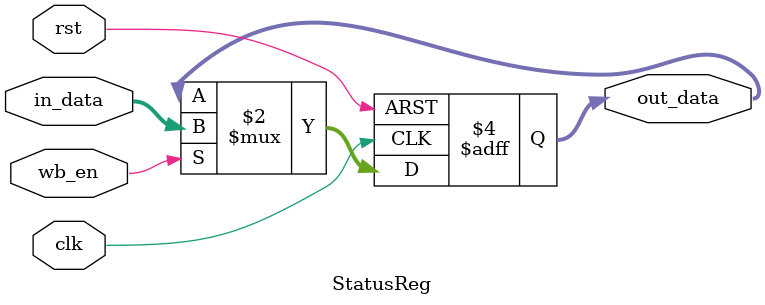
<source format=v>
module StatusReg(
    input clk,rst,
    input wb_en,
    input [3:0] in_data,
    output reg [3:0] out_data 
);
        always @(posedge clk or posedge rst) begin
            if(rst) begin
                out_data <= 4'b0;
            end
            else if(wb_en) begin
                out_data <= in_data;
            end
        end
    
endmodule
</source>
